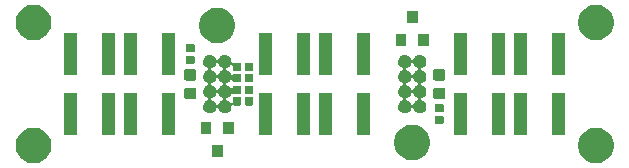
<source format=gbr>
G04 #@! TF.GenerationSoftware,KiCad,Pcbnew,(5.1.4)-1*
G04 #@! TF.CreationDate,2020-06-09T22:18:04-07:00*
G04 #@! TF.ProjectId,SkateLightBackLEDBoard,536b6174-654c-4696-9768-744261636b4c,rev?*
G04 #@! TF.SameCoordinates,Original*
G04 #@! TF.FileFunction,Soldermask,Top*
G04 #@! TF.FilePolarity,Negative*
%FSLAX46Y46*%
G04 Gerber Fmt 4.6, Leading zero omitted, Abs format (unit mm)*
G04 Created by KiCad (PCBNEW (5.1.4)-1) date 2020-06-09 22:18:04*
%MOMM*%
%LPD*%
G04 APERTURE LIST*
%ADD10C,0.100000*%
G04 APERTURE END LIST*
D10*
G36*
X24107379Y-3724543D02*
G01*
X24253388Y-3753586D01*
X24528464Y-3867526D01*
X24776025Y-4032941D01*
X24986559Y-4243475D01*
X25151974Y-4491036D01*
X25265914Y-4766112D01*
X25324000Y-5058130D01*
X25324000Y-5355870D01*
X25265914Y-5647888D01*
X25151974Y-5922964D01*
X24986559Y-6170525D01*
X24776025Y-6381059D01*
X24528464Y-6546474D01*
X24253388Y-6660414D01*
X24107379Y-6689457D01*
X23961371Y-6718500D01*
X23663629Y-6718500D01*
X23517621Y-6689457D01*
X23371612Y-6660414D01*
X23096536Y-6546474D01*
X22848975Y-6381059D01*
X22638441Y-6170525D01*
X22473026Y-5922964D01*
X22359086Y-5647888D01*
X22301000Y-5355870D01*
X22301000Y-5058130D01*
X22359086Y-4766112D01*
X22473026Y-4491036D01*
X22638441Y-4243475D01*
X22848975Y-4032941D01*
X23096536Y-3867526D01*
X23371612Y-3753586D01*
X23517621Y-3724543D01*
X23663629Y-3695500D01*
X23961371Y-3695500D01*
X24107379Y-3724543D01*
X24107379Y-3724543D01*
G37*
G36*
X-23517621Y-3724543D02*
G01*
X-23371612Y-3753586D01*
X-23096536Y-3867526D01*
X-22848975Y-4032941D01*
X-22638441Y-4243475D01*
X-22473026Y-4491036D01*
X-22359086Y-4766112D01*
X-22301000Y-5058130D01*
X-22301000Y-5355870D01*
X-22359086Y-5647888D01*
X-22473026Y-5922964D01*
X-22638441Y-6170525D01*
X-22848975Y-6381059D01*
X-23096536Y-6546474D01*
X-23371612Y-6660414D01*
X-23517621Y-6689457D01*
X-23663629Y-6718500D01*
X-23961371Y-6718500D01*
X-24107379Y-6689457D01*
X-24253388Y-6660414D01*
X-24528464Y-6546474D01*
X-24776025Y-6381059D01*
X-24986559Y-6170525D01*
X-25151974Y-5922964D01*
X-25265914Y-5647888D01*
X-25324000Y-5355870D01*
X-25324000Y-5058130D01*
X-25265914Y-4766112D01*
X-25151974Y-4491036D01*
X-24986559Y-4243475D01*
X-24776025Y-4032941D01*
X-24528464Y-3867526D01*
X-24253388Y-3753586D01*
X-24107379Y-3724543D01*
X-23961371Y-3695500D01*
X-23663629Y-3695500D01*
X-23517621Y-3724543D01*
X-23517621Y-3724543D01*
G37*
G36*
X8549879Y-3470543D02*
G01*
X8695888Y-3499586D01*
X8970964Y-3613526D01*
X9218525Y-3778941D01*
X9429059Y-3989475D01*
X9594474Y-4237036D01*
X9708414Y-4512112D01*
X9766500Y-4804130D01*
X9766500Y-5101870D01*
X9708414Y-5393888D01*
X9594474Y-5668964D01*
X9429059Y-5916525D01*
X9218525Y-6127059D01*
X8970964Y-6292474D01*
X8695888Y-6406414D01*
X8549879Y-6435457D01*
X8403871Y-6464500D01*
X8106129Y-6464500D01*
X7960121Y-6435457D01*
X7814112Y-6406414D01*
X7539036Y-6292474D01*
X7291475Y-6127059D01*
X7080941Y-5916525D01*
X6915526Y-5668964D01*
X6801586Y-5393888D01*
X6743500Y-5101870D01*
X6743500Y-4804130D01*
X6801586Y-4512112D01*
X6915526Y-4237036D01*
X7080941Y-3989475D01*
X7291475Y-3778941D01*
X7539036Y-3613526D01*
X7814112Y-3499586D01*
X7960121Y-3470543D01*
X8106129Y-3441500D01*
X8403871Y-3441500D01*
X8549879Y-3470543D01*
X8549879Y-3470543D01*
G37*
G36*
X-7804000Y-6200000D02*
G01*
X-8706000Y-6200000D01*
X-8706000Y-5198000D01*
X-7804000Y-5198000D01*
X-7804000Y-6200000D01*
X-7804000Y-6200000D01*
G37*
G36*
X16121000Y-4316000D02*
G01*
X15019000Y-4316000D01*
X15019000Y-764000D01*
X16121000Y-764000D01*
X16121000Y-4316000D01*
X16121000Y-4316000D01*
G37*
G36*
X21201000Y-4316000D02*
G01*
X20099000Y-4316000D01*
X20099000Y-764000D01*
X21201000Y-764000D01*
X21201000Y-4316000D01*
X21201000Y-4316000D01*
G37*
G36*
X12921000Y-4316000D02*
G01*
X11819000Y-4316000D01*
X11819000Y-764000D01*
X12921000Y-764000D01*
X12921000Y-4316000D01*
X12921000Y-4316000D01*
G37*
G36*
X4691000Y-4316000D02*
G01*
X3589000Y-4316000D01*
X3589000Y-764000D01*
X4691000Y-764000D01*
X4691000Y-4316000D01*
X4691000Y-4316000D01*
G37*
G36*
X1491000Y-4316000D02*
G01*
X389000Y-4316000D01*
X389000Y-764000D01*
X1491000Y-764000D01*
X1491000Y-4316000D01*
X1491000Y-4316000D01*
G37*
G36*
X-3589000Y-4316000D02*
G01*
X-4691000Y-4316000D01*
X-4691000Y-764000D01*
X-3589000Y-764000D01*
X-3589000Y-4316000D01*
X-3589000Y-4316000D01*
G37*
G36*
X-20099000Y-4316000D02*
G01*
X-21201000Y-4316000D01*
X-21201000Y-764000D01*
X-20099000Y-764000D01*
X-20099000Y-4316000D01*
X-20099000Y-4316000D01*
G37*
G36*
X-16899000Y-4316000D02*
G01*
X-18001000Y-4316000D01*
X-18001000Y-764000D01*
X-16899000Y-764000D01*
X-16899000Y-4316000D01*
X-16899000Y-4316000D01*
G37*
G36*
X-11819000Y-4316000D02*
G01*
X-12921000Y-4316000D01*
X-12921000Y-764000D01*
X-11819000Y-764000D01*
X-11819000Y-4316000D01*
X-11819000Y-4316000D01*
G37*
G36*
X-389000Y-4316000D02*
G01*
X-1491000Y-4316000D01*
X-1491000Y-764000D01*
X-389000Y-764000D01*
X-389000Y-4316000D01*
X-389000Y-4316000D01*
G37*
G36*
X-15019000Y-4316000D02*
G01*
X-16121000Y-4316000D01*
X-16121000Y-764000D01*
X-15019000Y-764000D01*
X-15019000Y-4316000D01*
X-15019000Y-4316000D01*
G37*
G36*
X18001000Y-4316000D02*
G01*
X16899000Y-4316000D01*
X16899000Y-764000D01*
X18001000Y-764000D01*
X18001000Y-4316000D01*
X18001000Y-4316000D01*
G37*
G36*
X-6854000Y-4200000D02*
G01*
X-7756000Y-4200000D01*
X-7756000Y-3198000D01*
X-6854000Y-3198000D01*
X-6854000Y-4200000D01*
X-6854000Y-4200000D01*
G37*
G36*
X-8754000Y-4200000D02*
G01*
X-9656000Y-4200000D01*
X-9656000Y-3198000D01*
X-8754000Y-3198000D01*
X-8754000Y-4200000D01*
X-8754000Y-4200000D01*
G37*
G36*
X10822938Y-2681716D02*
G01*
X10843557Y-2687971D01*
X10862553Y-2698124D01*
X10879208Y-2711792D01*
X10892876Y-2728447D01*
X10903029Y-2747443D01*
X10909284Y-2768062D01*
X10912000Y-2795640D01*
X10912000Y-3254360D01*
X10909284Y-3281938D01*
X10903029Y-3302557D01*
X10892876Y-3321553D01*
X10879208Y-3338208D01*
X10862553Y-3351876D01*
X10843557Y-3362029D01*
X10822938Y-3368284D01*
X10795360Y-3371000D01*
X10286640Y-3371000D01*
X10259062Y-3368284D01*
X10238443Y-3362029D01*
X10219447Y-3351876D01*
X10202792Y-3338208D01*
X10189124Y-3321553D01*
X10178971Y-3302557D01*
X10172716Y-3281938D01*
X10170000Y-3254360D01*
X10170000Y-2795640D01*
X10172716Y-2768062D01*
X10178971Y-2747443D01*
X10189124Y-2728447D01*
X10202792Y-2711792D01*
X10219447Y-2698124D01*
X10238443Y-2687971D01*
X10259062Y-2681716D01*
X10286640Y-2679000D01*
X10795360Y-2679000D01*
X10822938Y-2681716D01*
X10822938Y-2681716D01*
G37*
G36*
X7783051Y2442520D02*
G01*
X7833920Y2421449D01*
X7884786Y2400380D01*
X7976342Y2339204D01*
X8054204Y2261342D01*
X8115380Y2169786D01*
X8139516Y2111515D01*
X8151068Y2089905D01*
X8166613Y2070963D01*
X8185555Y2055418D01*
X8207166Y2043867D01*
X8230615Y2036754D01*
X8255001Y2034352D01*
X8279387Y2036754D01*
X8302836Y2043867D01*
X8324446Y2055419D01*
X8343388Y2070964D01*
X8358933Y2089906D01*
X8370484Y2111515D01*
X8394620Y2169786D01*
X8455796Y2261342D01*
X8533658Y2339204D01*
X8625214Y2400380D01*
X8676080Y2421449D01*
X8726949Y2442520D01*
X8834941Y2464000D01*
X8945059Y2464000D01*
X9053051Y2442520D01*
X9103920Y2421449D01*
X9154786Y2400380D01*
X9246342Y2339204D01*
X9324204Y2261342D01*
X9385380Y2169786D01*
X9406449Y2118920D01*
X9427520Y2068051D01*
X9449000Y1960059D01*
X9449000Y1849941D01*
X9427520Y1741949D01*
X9414997Y1711716D01*
X9385380Y1640214D01*
X9324204Y1548658D01*
X9246342Y1470796D01*
X9154786Y1409620D01*
X9096515Y1385484D01*
X9074905Y1373932D01*
X9055963Y1358387D01*
X9040418Y1339445D01*
X9028867Y1317834D01*
X9021754Y1294385D01*
X9019352Y1269999D01*
X9021754Y1245613D01*
X9028867Y1222164D01*
X9040419Y1200554D01*
X9055964Y1181612D01*
X9074906Y1166067D01*
X9096513Y1154517D01*
X9154786Y1130380D01*
X9246342Y1069204D01*
X9324204Y991342D01*
X9385380Y899786D01*
X9406449Y848920D01*
X9427520Y798051D01*
X9449000Y690059D01*
X9449000Y579941D01*
X9427520Y471949D01*
X9409516Y428485D01*
X9385380Y370214D01*
X9324204Y278658D01*
X9246342Y200796D01*
X9154786Y139620D01*
X9096515Y115484D01*
X9074905Y103932D01*
X9055963Y88387D01*
X9040418Y69445D01*
X9028867Y47834D01*
X9021754Y24385D01*
X9019352Y-1D01*
X9021754Y-24387D01*
X9028867Y-47836D01*
X9040419Y-69446D01*
X9055964Y-88388D01*
X9074906Y-103933D01*
X9096513Y-115483D01*
X9154786Y-139620D01*
X9246342Y-200796D01*
X9324204Y-278658D01*
X9385380Y-370214D01*
X9402452Y-411431D01*
X9427520Y-471949D01*
X9449000Y-579941D01*
X9449000Y-690059D01*
X9427520Y-798051D01*
X9413138Y-832771D01*
X9385380Y-899786D01*
X9324204Y-991342D01*
X9246342Y-1069204D01*
X9154786Y-1130380D01*
X9096515Y-1154516D01*
X9074905Y-1166068D01*
X9055963Y-1181613D01*
X9040418Y-1200555D01*
X9028867Y-1222166D01*
X9021754Y-1245615D01*
X9019352Y-1270001D01*
X9021754Y-1294387D01*
X9028867Y-1317836D01*
X9040419Y-1339446D01*
X9055964Y-1358388D01*
X9074906Y-1373933D01*
X9096513Y-1385483D01*
X9154786Y-1409620D01*
X9246342Y-1470796D01*
X9324204Y-1548658D01*
X9385380Y-1640214D01*
X9400489Y-1676691D01*
X9427520Y-1741949D01*
X9449000Y-1849941D01*
X9449000Y-1960059D01*
X9427520Y-2068051D01*
X9418467Y-2089906D01*
X9385380Y-2169786D01*
X9324204Y-2261342D01*
X9246342Y-2339204D01*
X9154786Y-2400380D01*
X9103920Y-2421449D01*
X9053051Y-2442520D01*
X8945059Y-2464000D01*
X8834941Y-2464000D01*
X8726949Y-2442520D01*
X8676080Y-2421449D01*
X8625214Y-2400380D01*
X8533658Y-2339204D01*
X8455796Y-2261342D01*
X8394620Y-2169786D01*
X8370483Y-2111513D01*
X8358932Y-2089905D01*
X8343387Y-2070963D01*
X8324445Y-2055418D01*
X8302834Y-2043867D01*
X8279385Y-2036754D01*
X8254999Y-2034352D01*
X8230613Y-2036754D01*
X8207164Y-2043867D01*
X8185554Y-2055419D01*
X8166612Y-2070964D01*
X8151067Y-2089906D01*
X8139517Y-2111513D01*
X8115380Y-2169786D01*
X8054204Y-2261342D01*
X7976342Y-2339204D01*
X7884786Y-2400380D01*
X7833920Y-2421449D01*
X7783051Y-2442520D01*
X7675059Y-2464000D01*
X7564941Y-2464000D01*
X7456949Y-2442520D01*
X7406080Y-2421449D01*
X7355214Y-2400380D01*
X7263658Y-2339204D01*
X7185796Y-2261342D01*
X7124620Y-2169786D01*
X7091533Y-2089906D01*
X7082480Y-2068051D01*
X7061000Y-1960059D01*
X7061000Y-1849941D01*
X7082480Y-1741949D01*
X7109511Y-1676691D01*
X7124620Y-1640214D01*
X7185796Y-1548658D01*
X7263658Y-1470796D01*
X7355214Y-1409620D01*
X7413487Y-1385483D01*
X7435095Y-1373932D01*
X7454037Y-1358387D01*
X7469582Y-1339445D01*
X7481133Y-1317834D01*
X7488246Y-1294385D01*
X7490647Y-1270001D01*
X7749352Y-1270001D01*
X7751754Y-1294387D01*
X7758867Y-1317836D01*
X7770419Y-1339446D01*
X7785964Y-1358388D01*
X7804906Y-1373933D01*
X7826513Y-1385483D01*
X7884786Y-1409620D01*
X7976342Y-1470796D01*
X8054204Y-1548658D01*
X8115380Y-1640214D01*
X8139516Y-1698485D01*
X8151068Y-1720095D01*
X8166613Y-1739037D01*
X8185555Y-1754582D01*
X8207166Y-1766133D01*
X8230615Y-1773246D01*
X8255001Y-1775648D01*
X8279387Y-1773246D01*
X8302836Y-1766133D01*
X8324446Y-1754581D01*
X8343388Y-1739036D01*
X8358933Y-1720094D01*
X8370484Y-1698485D01*
X8394620Y-1640214D01*
X8455796Y-1548658D01*
X8533658Y-1470796D01*
X8625214Y-1409620D01*
X8683487Y-1385483D01*
X8705095Y-1373932D01*
X8724037Y-1358387D01*
X8739582Y-1339445D01*
X8751133Y-1317834D01*
X8758246Y-1294385D01*
X8760648Y-1269999D01*
X8758246Y-1245613D01*
X8751133Y-1222164D01*
X8739581Y-1200554D01*
X8724036Y-1181612D01*
X8705094Y-1166067D01*
X8683485Y-1154516D01*
X8625214Y-1130380D01*
X8533658Y-1069204D01*
X8455796Y-991342D01*
X8394620Y-899786D01*
X8370483Y-841513D01*
X8358932Y-819905D01*
X8343387Y-800963D01*
X8324445Y-785418D01*
X8302834Y-773867D01*
X8279385Y-766754D01*
X8254999Y-764352D01*
X8230613Y-766754D01*
X8207164Y-773867D01*
X8185554Y-785419D01*
X8166612Y-800964D01*
X8151067Y-819906D01*
X8139517Y-841513D01*
X8115380Y-899786D01*
X8054204Y-991342D01*
X7976342Y-1069204D01*
X7884786Y-1130380D01*
X7826515Y-1154516D01*
X7804905Y-1166068D01*
X7785963Y-1181613D01*
X7770418Y-1200555D01*
X7758867Y-1222166D01*
X7751754Y-1245615D01*
X7749352Y-1270001D01*
X7490647Y-1270001D01*
X7490648Y-1269999D01*
X7488246Y-1245613D01*
X7481133Y-1222164D01*
X7469581Y-1200554D01*
X7454036Y-1181612D01*
X7435094Y-1166067D01*
X7413485Y-1154516D01*
X7355214Y-1130380D01*
X7263658Y-1069204D01*
X7185796Y-991342D01*
X7124620Y-899786D01*
X7096862Y-832771D01*
X7082480Y-798051D01*
X7061000Y-690059D01*
X7061000Y-579941D01*
X7082480Y-471949D01*
X7107548Y-411431D01*
X7124620Y-370214D01*
X7185796Y-278658D01*
X7263658Y-200796D01*
X7355214Y-139620D01*
X7413487Y-115483D01*
X7435095Y-103932D01*
X7454037Y-88387D01*
X7469582Y-69445D01*
X7481133Y-47834D01*
X7488246Y-24385D01*
X7490647Y-1D01*
X7749352Y-1D01*
X7751754Y-24387D01*
X7758867Y-47836D01*
X7770419Y-69446D01*
X7785964Y-88388D01*
X7804906Y-103933D01*
X7826513Y-115483D01*
X7884786Y-139620D01*
X7976342Y-200796D01*
X8054204Y-278658D01*
X8115380Y-370214D01*
X8132452Y-411431D01*
X8139516Y-428485D01*
X8151068Y-450095D01*
X8166613Y-469037D01*
X8185555Y-484582D01*
X8207166Y-496133D01*
X8230615Y-503246D01*
X8255001Y-505648D01*
X8279387Y-503246D01*
X8302836Y-496133D01*
X8324446Y-484581D01*
X8343388Y-469036D01*
X8358933Y-450094D01*
X8370484Y-428485D01*
X8377548Y-411431D01*
X8394620Y-370214D01*
X8455796Y-278658D01*
X8533658Y-200796D01*
X8625214Y-139620D01*
X8683487Y-115483D01*
X8705095Y-103932D01*
X8724037Y-88387D01*
X8739582Y-69445D01*
X8751133Y-47834D01*
X8758246Y-24385D01*
X8760648Y1D01*
X8758246Y24387D01*
X8751133Y47836D01*
X8739581Y69446D01*
X8724036Y88388D01*
X8705094Y103933D01*
X8683485Y115484D01*
X8625214Y139620D01*
X8533658Y200796D01*
X8455796Y278658D01*
X8394620Y370214D01*
X8370483Y428487D01*
X8358932Y450095D01*
X8343387Y469037D01*
X8324445Y484582D01*
X8302834Y496133D01*
X8279385Y503246D01*
X8254999Y505648D01*
X8230613Y503246D01*
X8207164Y496133D01*
X8185554Y484581D01*
X8166612Y469036D01*
X8151067Y450094D01*
X8139517Y428487D01*
X8115380Y370214D01*
X8054204Y278658D01*
X7976342Y200796D01*
X7884786Y139620D01*
X7826515Y115484D01*
X7804905Y103932D01*
X7785963Y88387D01*
X7770418Y69445D01*
X7758867Y47834D01*
X7751754Y24385D01*
X7749352Y-1D01*
X7490647Y-1D01*
X7490648Y1D01*
X7488246Y24387D01*
X7481133Y47836D01*
X7469581Y69446D01*
X7454036Y88388D01*
X7435094Y103933D01*
X7413485Y115484D01*
X7355214Y139620D01*
X7263658Y200796D01*
X7185796Y278658D01*
X7124620Y370214D01*
X7100484Y428485D01*
X7082480Y471949D01*
X7061000Y579941D01*
X7061000Y690059D01*
X7082480Y798051D01*
X7103551Y848920D01*
X7124620Y899786D01*
X7185796Y991342D01*
X7263658Y1069204D01*
X7355214Y1130380D01*
X7413487Y1154517D01*
X7435095Y1166068D01*
X7454037Y1181613D01*
X7469582Y1200555D01*
X7481133Y1222166D01*
X7488246Y1245615D01*
X7490647Y1269999D01*
X7749352Y1269999D01*
X7751754Y1245613D01*
X7758867Y1222164D01*
X7770419Y1200554D01*
X7785964Y1181612D01*
X7804906Y1166067D01*
X7826513Y1154517D01*
X7884786Y1130380D01*
X7976342Y1069204D01*
X8054204Y991342D01*
X8115380Y899786D01*
X8138255Y844560D01*
X8139516Y841515D01*
X8151068Y819905D01*
X8166613Y800963D01*
X8185555Y785418D01*
X8207166Y773867D01*
X8230615Y766754D01*
X8255001Y764352D01*
X8279387Y766754D01*
X8302836Y773867D01*
X8324446Y785419D01*
X8343388Y800964D01*
X8358933Y819906D01*
X8370484Y841515D01*
X8371745Y844560D01*
X8394620Y899786D01*
X8455796Y991342D01*
X8533658Y1069204D01*
X8625214Y1130380D01*
X8683487Y1154517D01*
X8705095Y1166068D01*
X8724037Y1181613D01*
X8739582Y1200555D01*
X8751133Y1222166D01*
X8758246Y1245615D01*
X8760648Y1270001D01*
X8758246Y1294387D01*
X8751133Y1317836D01*
X8739581Y1339446D01*
X8724036Y1358388D01*
X8705094Y1373933D01*
X8683485Y1385484D01*
X8625214Y1409620D01*
X8533658Y1470796D01*
X8455796Y1548658D01*
X8394620Y1640214D01*
X8370483Y1698487D01*
X8358932Y1720095D01*
X8343387Y1739037D01*
X8324445Y1754582D01*
X8302834Y1766133D01*
X8279385Y1773246D01*
X8254999Y1775648D01*
X8230613Y1773246D01*
X8207164Y1766133D01*
X8185554Y1754581D01*
X8166612Y1739036D01*
X8151067Y1720094D01*
X8139517Y1698487D01*
X8115380Y1640214D01*
X8054204Y1548658D01*
X7976342Y1470796D01*
X7884786Y1409620D01*
X7826515Y1385484D01*
X7804905Y1373932D01*
X7785963Y1358387D01*
X7770418Y1339445D01*
X7758867Y1317834D01*
X7751754Y1294385D01*
X7749352Y1269999D01*
X7490647Y1269999D01*
X7490648Y1270001D01*
X7488246Y1294387D01*
X7481133Y1317836D01*
X7469581Y1339446D01*
X7454036Y1358388D01*
X7435094Y1373933D01*
X7413485Y1385484D01*
X7355214Y1409620D01*
X7263658Y1470796D01*
X7185796Y1548658D01*
X7124620Y1640214D01*
X7095003Y1711716D01*
X7082480Y1741949D01*
X7061000Y1849941D01*
X7061000Y1960059D01*
X7082480Y2068051D01*
X7103551Y2118920D01*
X7124620Y2169786D01*
X7185796Y2261342D01*
X7263658Y2339204D01*
X7355214Y2400380D01*
X7406080Y2421449D01*
X7456949Y2442520D01*
X7564941Y2464000D01*
X7675059Y2464000D01*
X7783051Y2442520D01*
X7783051Y2442520D01*
G37*
G36*
X-8726949Y2442520D02*
G01*
X-8676080Y2421449D01*
X-8625214Y2400380D01*
X-8533658Y2339204D01*
X-8455796Y2261342D01*
X-8394620Y2169786D01*
X-8370484Y2111515D01*
X-8358932Y2089905D01*
X-8343387Y2070963D01*
X-8324445Y2055418D01*
X-8302834Y2043867D01*
X-8279385Y2036754D01*
X-8254999Y2034352D01*
X-8230613Y2036754D01*
X-8207164Y2043867D01*
X-8185554Y2055419D01*
X-8166612Y2070964D01*
X-8151067Y2089906D01*
X-8139516Y2111515D01*
X-8115380Y2169786D01*
X-8054204Y2261342D01*
X-7976342Y2339204D01*
X-7884786Y2400380D01*
X-7833920Y2421449D01*
X-7783051Y2442520D01*
X-7675059Y2464000D01*
X-7564941Y2464000D01*
X-7456949Y2442520D01*
X-7406080Y2421449D01*
X-7355214Y2400380D01*
X-7263658Y2339204D01*
X-7185796Y2261342D01*
X-7124620Y2169786D01*
X-7103551Y2118920D01*
X-7082480Y2068051D01*
X-7061000Y1960059D01*
X-7061000Y1916972D01*
X-7058598Y1892586D01*
X-7051485Y1869137D01*
X-7039934Y1847526D01*
X-7024389Y1828584D01*
X-7005447Y1813039D01*
X-6983836Y1801488D01*
X-6960387Y1794375D01*
X-6936001Y1791973D01*
X-6911615Y1794375D01*
X-6888166Y1801488D01*
X-6879992Y1805354D01*
X-6858598Y1811844D01*
X-6831020Y1814560D01*
X-6322300Y1814560D01*
X-6294722Y1811844D01*
X-6274103Y1805589D01*
X-6255107Y1795436D01*
X-6238452Y1781768D01*
X-6224784Y1765113D01*
X-6214631Y1746117D01*
X-6208376Y1725498D01*
X-6205660Y1697920D01*
X-6205660Y1239200D01*
X-6208376Y1211622D01*
X-6214631Y1191003D01*
X-6224784Y1172007D01*
X-6238452Y1155352D01*
X-6255107Y1141684D01*
X-6274103Y1131531D01*
X-6294722Y1125276D01*
X-6322300Y1122560D01*
X-6831020Y1122560D01*
X-6858598Y1125276D01*
X-6879217Y1131531D01*
X-6898213Y1141684D01*
X-6914868Y1155352D01*
X-6928536Y1172007D01*
X-6938689Y1191003D01*
X-6944944Y1211622D01*
X-6947660Y1239200D01*
X-6947660Y1492988D01*
X-6950062Y1517374D01*
X-6957175Y1540823D01*
X-6968726Y1562434D01*
X-6984271Y1581376D01*
X-7003213Y1596921D01*
X-7024824Y1608472D01*
X-7048273Y1615585D01*
X-7072659Y1617987D01*
X-7097045Y1615585D01*
X-7120494Y1608472D01*
X-7142105Y1596921D01*
X-7161047Y1581376D01*
X-7176591Y1562434D01*
X-7185796Y1548658D01*
X-7263658Y1470796D01*
X-7355214Y1409620D01*
X-7413485Y1385484D01*
X-7435095Y1373932D01*
X-7454037Y1358387D01*
X-7469582Y1339445D01*
X-7481133Y1317834D01*
X-7488246Y1294385D01*
X-7490648Y1269999D01*
X-7488246Y1245613D01*
X-7481133Y1222164D01*
X-7469581Y1200554D01*
X-7454036Y1181612D01*
X-7435094Y1166067D01*
X-7413487Y1154517D01*
X-7355214Y1130380D01*
X-7263658Y1069204D01*
X-7185796Y991342D01*
X-7124620Y899786D01*
X-7108694Y861335D01*
X-7097145Y839730D01*
X-7081599Y820788D01*
X-7062657Y805243D01*
X-7041046Y793692D01*
X-7017597Y786579D01*
X-6993211Y784177D01*
X-6968825Y786579D01*
X-6945376Y793692D01*
X-6913914Y812550D01*
X-6898213Y825436D01*
X-6879217Y835589D01*
X-6858598Y841844D01*
X-6831020Y844560D01*
X-6322300Y844560D01*
X-6294722Y841844D01*
X-6274103Y835589D01*
X-6255107Y825436D01*
X-6238452Y811768D01*
X-6224784Y795113D01*
X-6214631Y776117D01*
X-6208376Y755498D01*
X-6205660Y727920D01*
X-6205660Y269200D01*
X-6208376Y241622D01*
X-6214631Y221003D01*
X-6224784Y202007D01*
X-6238452Y185352D01*
X-6255107Y171684D01*
X-6274103Y161531D01*
X-6294722Y155276D01*
X-6322300Y152560D01*
X-6831020Y152560D01*
X-6858598Y155276D01*
X-6879217Y161531D01*
X-6898213Y171684D01*
X-6914868Y185352D01*
X-6928536Y202007D01*
X-6938689Y221003D01*
X-6945302Y242802D01*
X-6949601Y264417D01*
X-6958978Y287056D01*
X-6972591Y307431D01*
X-6989917Y324759D01*
X-7010291Y338373D01*
X-7032930Y347751D01*
X-7056963Y352533D01*
X-7081467Y352534D01*
X-7105500Y347754D01*
X-7128139Y338377D01*
X-7148514Y324764D01*
X-7165842Y307438D01*
X-7173145Y297591D01*
X-7185796Y278658D01*
X-7263658Y200796D01*
X-7355214Y139620D01*
X-7413485Y115484D01*
X-7435095Y103932D01*
X-7454037Y88387D01*
X-7469582Y69445D01*
X-7481133Y47834D01*
X-7488246Y24385D01*
X-7490648Y-1D01*
X-7488246Y-24387D01*
X-7481133Y-47836D01*
X-7469581Y-69446D01*
X-7454036Y-88388D01*
X-7435094Y-103933D01*
X-7413487Y-115483D01*
X-7355214Y-139620D01*
X-7263658Y-200796D01*
X-7185796Y-278658D01*
X-7185794Y-278661D01*
X-7173034Y-297758D01*
X-7157489Y-316700D01*
X-7138548Y-332245D01*
X-7116937Y-343797D01*
X-7093488Y-350910D01*
X-7069102Y-353312D01*
X-7044716Y-350910D01*
X-7021267Y-343797D01*
X-6999656Y-332246D01*
X-6980714Y-316701D01*
X-6965169Y-297760D01*
X-6953617Y-276149D01*
X-6947069Y-250007D01*
X-6938689Y-222383D01*
X-6928536Y-203387D01*
X-6914868Y-186732D01*
X-6898213Y-173064D01*
X-6879217Y-162911D01*
X-6858598Y-156656D01*
X-6831020Y-153940D01*
X-6322300Y-153940D01*
X-6294722Y-156656D01*
X-6274103Y-162911D01*
X-6255107Y-173064D01*
X-6238452Y-186732D01*
X-6224784Y-203387D01*
X-6214631Y-222383D01*
X-6208376Y-243002D01*
X-6205660Y-270580D01*
X-6205660Y-729300D01*
X-6208376Y-756878D01*
X-6214631Y-777497D01*
X-6224784Y-796493D01*
X-6238452Y-813148D01*
X-6255107Y-826816D01*
X-6274103Y-836969D01*
X-6294722Y-843224D01*
X-6322300Y-845940D01*
X-6831020Y-845940D01*
X-6858598Y-843224D01*
X-6879217Y-836969D01*
X-6898213Y-826816D01*
X-6914342Y-813579D01*
X-6934717Y-799966D01*
X-6957356Y-790589D01*
X-6981389Y-785809D01*
X-7005893Y-785809D01*
X-7029926Y-790590D01*
X-7052565Y-799968D01*
X-7072939Y-813582D01*
X-7090266Y-830909D01*
X-7109121Y-862368D01*
X-7124620Y-899786D01*
X-7185796Y-991342D01*
X-7263658Y-1069204D01*
X-7355214Y-1130380D01*
X-7413485Y-1154516D01*
X-7435095Y-1166068D01*
X-7454037Y-1181613D01*
X-7469582Y-1200555D01*
X-7481133Y-1222166D01*
X-7488246Y-1245615D01*
X-7490648Y-1270001D01*
X-7488246Y-1294387D01*
X-7481133Y-1317836D01*
X-7469581Y-1339446D01*
X-7454036Y-1358388D01*
X-7435094Y-1373933D01*
X-7413487Y-1385483D01*
X-7355214Y-1409620D01*
X-7263658Y-1470796D01*
X-7185796Y-1548658D01*
X-7185794Y-1548661D01*
X-7176592Y-1562433D01*
X-7161047Y-1581375D01*
X-7142106Y-1596920D01*
X-7120495Y-1608472D01*
X-7097046Y-1615585D01*
X-7072660Y-1617987D01*
X-7048274Y-1615585D01*
X-7024825Y-1608472D01*
X-7003214Y-1596921D01*
X-6984272Y-1581376D01*
X-6968727Y-1562435D01*
X-6957175Y-1540824D01*
X-6950062Y-1517375D01*
X-6947660Y-1492988D01*
X-6947660Y-1240580D01*
X-6944944Y-1213002D01*
X-6938689Y-1192383D01*
X-6928536Y-1173387D01*
X-6914868Y-1156732D01*
X-6898213Y-1143064D01*
X-6879217Y-1132911D01*
X-6858598Y-1126656D01*
X-6831020Y-1123940D01*
X-6322300Y-1123940D01*
X-6294722Y-1126656D01*
X-6274103Y-1132911D01*
X-6255107Y-1143064D01*
X-6238452Y-1156732D01*
X-6224784Y-1173387D01*
X-6214631Y-1192383D01*
X-6208376Y-1213002D01*
X-6205660Y-1240580D01*
X-6205660Y-1699300D01*
X-6208376Y-1726878D01*
X-6214631Y-1747497D01*
X-6224784Y-1766493D01*
X-6238452Y-1783148D01*
X-6255107Y-1796816D01*
X-6274103Y-1806969D01*
X-6294722Y-1813224D01*
X-6322300Y-1815940D01*
X-6831020Y-1815940D01*
X-6858598Y-1813224D01*
X-6881538Y-1806265D01*
X-6899709Y-1798737D01*
X-6923742Y-1793956D01*
X-6948246Y-1793954D01*
X-6972280Y-1798733D01*
X-6994919Y-1808110D01*
X-7015294Y-1821722D01*
X-7032622Y-1839048D01*
X-7046237Y-1859422D01*
X-7055616Y-1882060D01*
X-7060397Y-1906093D01*
X-7061000Y-1918352D01*
X-7061000Y-1960059D01*
X-7082480Y-2068051D01*
X-7091533Y-2089906D01*
X-7124620Y-2169786D01*
X-7185796Y-2261342D01*
X-7263658Y-2339204D01*
X-7355214Y-2400380D01*
X-7406080Y-2421449D01*
X-7456949Y-2442520D01*
X-7564941Y-2464000D01*
X-7675059Y-2464000D01*
X-7783051Y-2442520D01*
X-7833920Y-2421449D01*
X-7884786Y-2400380D01*
X-7976342Y-2339204D01*
X-8054204Y-2261342D01*
X-8115380Y-2169786D01*
X-8139517Y-2111513D01*
X-8151068Y-2089905D01*
X-8166613Y-2070963D01*
X-8185555Y-2055418D01*
X-8207166Y-2043867D01*
X-8230615Y-2036754D01*
X-8255001Y-2034352D01*
X-8279387Y-2036754D01*
X-8302836Y-2043867D01*
X-8324446Y-2055419D01*
X-8343388Y-2070964D01*
X-8358933Y-2089906D01*
X-8370483Y-2111513D01*
X-8394620Y-2169786D01*
X-8455796Y-2261342D01*
X-8533658Y-2339204D01*
X-8625214Y-2400380D01*
X-8676080Y-2421449D01*
X-8726949Y-2442520D01*
X-8834941Y-2464000D01*
X-8945059Y-2464000D01*
X-9053051Y-2442520D01*
X-9103920Y-2421449D01*
X-9154786Y-2400380D01*
X-9246342Y-2339204D01*
X-9324204Y-2261342D01*
X-9385380Y-2169786D01*
X-9418467Y-2089906D01*
X-9427520Y-2068051D01*
X-9449000Y-1960059D01*
X-9449000Y-1849941D01*
X-9427520Y-1741949D01*
X-9400489Y-1676691D01*
X-9385380Y-1640214D01*
X-9324204Y-1548658D01*
X-9246342Y-1470796D01*
X-9154786Y-1409620D01*
X-9096513Y-1385483D01*
X-9074905Y-1373932D01*
X-9055963Y-1358387D01*
X-9040418Y-1339445D01*
X-9028867Y-1317834D01*
X-9021754Y-1294385D01*
X-9019353Y-1270001D01*
X-8760648Y-1270001D01*
X-8758246Y-1294387D01*
X-8751133Y-1317836D01*
X-8739581Y-1339446D01*
X-8724036Y-1358388D01*
X-8705094Y-1373933D01*
X-8683487Y-1385483D01*
X-8625214Y-1409620D01*
X-8533658Y-1470796D01*
X-8455796Y-1548658D01*
X-8394620Y-1640214D01*
X-8370484Y-1698485D01*
X-8358932Y-1720095D01*
X-8343387Y-1739037D01*
X-8324445Y-1754582D01*
X-8302834Y-1766133D01*
X-8279385Y-1773246D01*
X-8254999Y-1775648D01*
X-8230613Y-1773246D01*
X-8207164Y-1766133D01*
X-8185554Y-1754581D01*
X-8166612Y-1739036D01*
X-8151067Y-1720094D01*
X-8139516Y-1698485D01*
X-8115380Y-1640214D01*
X-8054204Y-1548658D01*
X-7976342Y-1470796D01*
X-7884786Y-1409620D01*
X-7826513Y-1385483D01*
X-7804905Y-1373932D01*
X-7785963Y-1358387D01*
X-7770418Y-1339445D01*
X-7758867Y-1317834D01*
X-7751754Y-1294385D01*
X-7749352Y-1269999D01*
X-7751754Y-1245613D01*
X-7758867Y-1222164D01*
X-7770419Y-1200554D01*
X-7785964Y-1181612D01*
X-7804906Y-1166067D01*
X-7826515Y-1154516D01*
X-7884786Y-1130380D01*
X-7976342Y-1069204D01*
X-8054204Y-991342D01*
X-8115380Y-899786D01*
X-8139517Y-841513D01*
X-8151068Y-819905D01*
X-8166613Y-800963D01*
X-8185555Y-785418D01*
X-8207166Y-773867D01*
X-8230615Y-766754D01*
X-8255001Y-764352D01*
X-8279387Y-766754D01*
X-8302836Y-773867D01*
X-8324446Y-785419D01*
X-8343388Y-800964D01*
X-8358933Y-819906D01*
X-8370483Y-841513D01*
X-8394620Y-899786D01*
X-8455796Y-991342D01*
X-8533658Y-1069204D01*
X-8625214Y-1130380D01*
X-8683485Y-1154516D01*
X-8705095Y-1166068D01*
X-8724037Y-1181613D01*
X-8739582Y-1200555D01*
X-8751133Y-1222166D01*
X-8758246Y-1245615D01*
X-8760648Y-1270001D01*
X-9019353Y-1270001D01*
X-9019352Y-1269999D01*
X-9021754Y-1245613D01*
X-9028867Y-1222164D01*
X-9040419Y-1200554D01*
X-9055964Y-1181612D01*
X-9074906Y-1166067D01*
X-9096515Y-1154516D01*
X-9154786Y-1130380D01*
X-9246342Y-1069204D01*
X-9324204Y-991342D01*
X-9385380Y-899786D01*
X-9413138Y-832771D01*
X-9427520Y-798051D01*
X-9449000Y-690059D01*
X-9449000Y-579941D01*
X-9427520Y-471949D01*
X-9402452Y-411431D01*
X-9385380Y-370214D01*
X-9324204Y-278658D01*
X-9246342Y-200796D01*
X-9154786Y-139620D01*
X-9096513Y-115483D01*
X-9074905Y-103932D01*
X-9055963Y-88387D01*
X-9040418Y-69445D01*
X-9028867Y-47834D01*
X-9021754Y-24385D01*
X-9019353Y-1D01*
X-8760648Y-1D01*
X-8758246Y-24387D01*
X-8751133Y-47836D01*
X-8739581Y-69446D01*
X-8724036Y-88388D01*
X-8705094Y-103933D01*
X-8683487Y-115483D01*
X-8625214Y-139620D01*
X-8533658Y-200796D01*
X-8455796Y-278658D01*
X-8394620Y-370214D01*
X-8377548Y-411431D01*
X-8370484Y-428485D01*
X-8358932Y-450095D01*
X-8343387Y-469037D01*
X-8324445Y-484582D01*
X-8302834Y-496133D01*
X-8279385Y-503246D01*
X-8254999Y-505648D01*
X-8230613Y-503246D01*
X-8207164Y-496133D01*
X-8185554Y-484581D01*
X-8166612Y-469036D01*
X-8151067Y-450094D01*
X-8139516Y-428485D01*
X-8132452Y-411431D01*
X-8115380Y-370214D01*
X-8054204Y-278658D01*
X-7976342Y-200796D01*
X-7884786Y-139620D01*
X-7826513Y-115483D01*
X-7804905Y-103932D01*
X-7785963Y-88387D01*
X-7770418Y-69445D01*
X-7758867Y-47834D01*
X-7751754Y-24385D01*
X-7749352Y1D01*
X-7751754Y24387D01*
X-7758867Y47836D01*
X-7770419Y69446D01*
X-7785964Y88388D01*
X-7804906Y103933D01*
X-7826515Y115484D01*
X-7884786Y139620D01*
X-7976342Y200796D01*
X-8054204Y278658D01*
X-8115380Y370214D01*
X-8139517Y428487D01*
X-8151068Y450095D01*
X-8166613Y469037D01*
X-8185555Y484582D01*
X-8207166Y496133D01*
X-8230615Y503246D01*
X-8255001Y505648D01*
X-8279387Y503246D01*
X-8302836Y496133D01*
X-8324446Y484581D01*
X-8343388Y469036D01*
X-8358933Y450094D01*
X-8370483Y428487D01*
X-8394620Y370214D01*
X-8455796Y278658D01*
X-8533658Y200796D01*
X-8625214Y139620D01*
X-8683485Y115484D01*
X-8705095Y103932D01*
X-8724037Y88387D01*
X-8739582Y69445D01*
X-8751133Y47834D01*
X-8758246Y24385D01*
X-8760648Y-1D01*
X-9019353Y-1D01*
X-9019352Y1D01*
X-9021754Y24387D01*
X-9028867Y47836D01*
X-9040419Y69446D01*
X-9055964Y88388D01*
X-9074906Y103933D01*
X-9096515Y115484D01*
X-9154786Y139620D01*
X-9246342Y200796D01*
X-9324204Y278658D01*
X-9385380Y370214D01*
X-9409516Y428485D01*
X-9427520Y471949D01*
X-9449000Y579941D01*
X-9449000Y690059D01*
X-9427520Y798051D01*
X-9406449Y848920D01*
X-9385380Y899786D01*
X-9324204Y991342D01*
X-9246342Y1069204D01*
X-9154786Y1130380D01*
X-9096513Y1154517D01*
X-9074905Y1166068D01*
X-9055963Y1181613D01*
X-9040418Y1200555D01*
X-9028867Y1222166D01*
X-9021754Y1245615D01*
X-9019353Y1269999D01*
X-8760648Y1269999D01*
X-8758246Y1245613D01*
X-8751133Y1222164D01*
X-8739581Y1200554D01*
X-8724036Y1181612D01*
X-8705094Y1166067D01*
X-8683487Y1154517D01*
X-8625214Y1130380D01*
X-8533658Y1069204D01*
X-8455796Y991342D01*
X-8394620Y899786D01*
X-8371745Y844560D01*
X-8370484Y841515D01*
X-8358932Y819905D01*
X-8343387Y800963D01*
X-8324445Y785418D01*
X-8302834Y773867D01*
X-8279385Y766754D01*
X-8254999Y764352D01*
X-8230613Y766754D01*
X-8207164Y773867D01*
X-8185554Y785419D01*
X-8166612Y800964D01*
X-8151067Y819906D01*
X-8139516Y841515D01*
X-8138255Y844560D01*
X-8115380Y899786D01*
X-8054204Y991342D01*
X-7976342Y1069204D01*
X-7884786Y1130380D01*
X-7826513Y1154517D01*
X-7804905Y1166068D01*
X-7785963Y1181613D01*
X-7770418Y1200555D01*
X-7758867Y1222166D01*
X-7751754Y1245615D01*
X-7749352Y1270001D01*
X-7751754Y1294387D01*
X-7758867Y1317836D01*
X-7770419Y1339446D01*
X-7785964Y1358388D01*
X-7804906Y1373933D01*
X-7826515Y1385484D01*
X-7884786Y1409620D01*
X-7976342Y1470796D01*
X-8054204Y1548658D01*
X-8115380Y1640214D01*
X-8139517Y1698487D01*
X-8151068Y1720095D01*
X-8166613Y1739037D01*
X-8185555Y1754582D01*
X-8207166Y1766133D01*
X-8230615Y1773246D01*
X-8255001Y1775648D01*
X-8279387Y1773246D01*
X-8302836Y1766133D01*
X-8324446Y1754581D01*
X-8343388Y1739036D01*
X-8358933Y1720094D01*
X-8370483Y1698487D01*
X-8394620Y1640214D01*
X-8455796Y1548658D01*
X-8533658Y1470796D01*
X-8625214Y1409620D01*
X-8683485Y1385484D01*
X-8705095Y1373932D01*
X-8724037Y1358387D01*
X-8739582Y1339445D01*
X-8751133Y1317834D01*
X-8758246Y1294385D01*
X-8760648Y1269999D01*
X-9019353Y1269999D01*
X-9019352Y1270001D01*
X-9021754Y1294387D01*
X-9028867Y1317836D01*
X-9040419Y1339446D01*
X-9055964Y1358388D01*
X-9074906Y1373933D01*
X-9096515Y1385484D01*
X-9154786Y1409620D01*
X-9246342Y1470796D01*
X-9324204Y1548658D01*
X-9385380Y1640214D01*
X-9414997Y1711716D01*
X-9427520Y1741949D01*
X-9449000Y1849941D01*
X-9449000Y1960059D01*
X-9427520Y2068051D01*
X-9406449Y2118920D01*
X-9385380Y2169786D01*
X-9324204Y2261342D01*
X-9246342Y2339204D01*
X-9154786Y2400380D01*
X-9103920Y2421449D01*
X-9053051Y2442520D01*
X-8945059Y2464000D01*
X-8834941Y2464000D01*
X-8726949Y2442520D01*
X-8726949Y2442520D01*
G37*
G36*
X10822938Y-1711716D02*
G01*
X10843557Y-1717971D01*
X10862553Y-1728124D01*
X10879208Y-1741792D01*
X10892876Y-1758447D01*
X10903029Y-1777443D01*
X10909284Y-1798062D01*
X10912000Y-1825640D01*
X10912000Y-2284360D01*
X10909284Y-2311938D01*
X10903029Y-2332557D01*
X10892876Y-2351553D01*
X10879208Y-2368208D01*
X10862553Y-2381876D01*
X10843557Y-2392029D01*
X10822938Y-2398284D01*
X10795360Y-2401000D01*
X10286640Y-2401000D01*
X10259062Y-2398284D01*
X10238443Y-2392029D01*
X10219447Y-2381876D01*
X10202792Y-2368208D01*
X10189124Y-2351553D01*
X10178971Y-2332557D01*
X10172716Y-2311938D01*
X10170000Y-2284360D01*
X10170000Y-1825640D01*
X10172716Y-1798062D01*
X10178971Y-1777443D01*
X10189124Y-1758447D01*
X10202792Y-1741792D01*
X10219447Y-1728124D01*
X10238443Y-1717971D01*
X10259062Y-1711716D01*
X10286640Y-1709000D01*
X10795360Y-1709000D01*
X10822938Y-1711716D01*
X10822938Y-1711716D01*
G37*
G36*
X-5278722Y-1126656D02*
G01*
X-5258103Y-1132911D01*
X-5239107Y-1143064D01*
X-5222452Y-1156732D01*
X-5208784Y-1173387D01*
X-5198631Y-1192383D01*
X-5192376Y-1213002D01*
X-5189660Y-1240580D01*
X-5189660Y-1699300D01*
X-5192376Y-1726878D01*
X-5198631Y-1747497D01*
X-5208784Y-1766493D01*
X-5222452Y-1783148D01*
X-5239107Y-1796816D01*
X-5258103Y-1806969D01*
X-5278722Y-1813224D01*
X-5306300Y-1815940D01*
X-5815020Y-1815940D01*
X-5842598Y-1813224D01*
X-5863217Y-1806969D01*
X-5882213Y-1796816D01*
X-5898868Y-1783148D01*
X-5912536Y-1766493D01*
X-5922689Y-1747497D01*
X-5928944Y-1726878D01*
X-5931660Y-1699300D01*
X-5931660Y-1240580D01*
X-5928944Y-1213002D01*
X-5922689Y-1192383D01*
X-5912536Y-1173387D01*
X-5898868Y-1156732D01*
X-5882213Y-1143064D01*
X-5863217Y-1132911D01*
X-5842598Y-1126656D01*
X-5815020Y-1123940D01*
X-5306300Y-1123940D01*
X-5278722Y-1126656D01*
X-5278722Y-1126656D01*
G37*
G36*
X10920591Y-303085D02*
G01*
X10954569Y-313393D01*
X10985890Y-330134D01*
X11013339Y-352661D01*
X11035866Y-380110D01*
X11052607Y-411431D01*
X11062915Y-445409D01*
X11067000Y-486890D01*
X11067000Y-1088110D01*
X11062915Y-1129591D01*
X11052607Y-1163569D01*
X11035866Y-1194890D01*
X11013339Y-1222339D01*
X10985890Y-1244866D01*
X10954569Y-1261607D01*
X10920591Y-1271915D01*
X10879110Y-1276000D01*
X10202890Y-1276000D01*
X10161409Y-1271915D01*
X10127431Y-1261607D01*
X10096110Y-1244866D01*
X10068661Y-1222339D01*
X10046134Y-1194890D01*
X10029393Y-1163569D01*
X10019085Y-1129591D01*
X10015000Y-1088110D01*
X10015000Y-486890D01*
X10019085Y-445409D01*
X10029393Y-411431D01*
X10046134Y-380110D01*
X10068661Y-352661D01*
X10096110Y-330134D01*
X10127431Y-313393D01*
X10161409Y-303085D01*
X10202890Y-299000D01*
X10879110Y-299000D01*
X10920591Y-303085D01*
X10920591Y-303085D01*
G37*
G36*
X-10161409Y-303085D02*
G01*
X-10127431Y-313393D01*
X-10096110Y-330134D01*
X-10068661Y-352661D01*
X-10046134Y-380110D01*
X-10029393Y-411431D01*
X-10019085Y-445409D01*
X-10015000Y-486890D01*
X-10015000Y-1088110D01*
X-10019085Y-1129591D01*
X-10029393Y-1163569D01*
X-10046134Y-1194890D01*
X-10068661Y-1222339D01*
X-10096110Y-1244866D01*
X-10127431Y-1261607D01*
X-10161409Y-1271915D01*
X-10202890Y-1276000D01*
X-10879110Y-1276000D01*
X-10920591Y-1271915D01*
X-10954569Y-1261607D01*
X-10985890Y-1244866D01*
X-11013339Y-1222339D01*
X-11035866Y-1194890D01*
X-11052607Y-1163569D01*
X-11062915Y-1129591D01*
X-11067000Y-1088110D01*
X-11067000Y-486890D01*
X-11062915Y-445409D01*
X-11052607Y-411431D01*
X-11035866Y-380110D01*
X-11013339Y-352661D01*
X-10985890Y-330134D01*
X-10954569Y-313393D01*
X-10920591Y-303085D01*
X-10879110Y-299000D01*
X-10202890Y-299000D01*
X-10161409Y-303085D01*
X-10161409Y-303085D01*
G37*
G36*
X-5278722Y-156656D02*
G01*
X-5258103Y-162911D01*
X-5239107Y-173064D01*
X-5222452Y-186732D01*
X-5208784Y-203387D01*
X-5198631Y-222383D01*
X-5192376Y-243002D01*
X-5189660Y-270580D01*
X-5189660Y-729300D01*
X-5192376Y-756878D01*
X-5198631Y-777497D01*
X-5208784Y-796493D01*
X-5222452Y-813148D01*
X-5239107Y-826816D01*
X-5258103Y-836969D01*
X-5278722Y-843224D01*
X-5306300Y-845940D01*
X-5815020Y-845940D01*
X-5842598Y-843224D01*
X-5863217Y-836969D01*
X-5882213Y-826816D01*
X-5898868Y-813148D01*
X-5912536Y-796493D01*
X-5922689Y-777497D01*
X-5928944Y-756878D01*
X-5931660Y-729300D01*
X-5931660Y-270580D01*
X-5928944Y-243002D01*
X-5922689Y-222383D01*
X-5912536Y-203387D01*
X-5898868Y-186732D01*
X-5882213Y-173064D01*
X-5863217Y-162911D01*
X-5842598Y-156656D01*
X-5815020Y-153940D01*
X-5306300Y-153940D01*
X-5278722Y-156656D01*
X-5278722Y-156656D01*
G37*
G36*
X-5278722Y841844D02*
G01*
X-5258103Y835589D01*
X-5239107Y825436D01*
X-5222452Y811768D01*
X-5208784Y795113D01*
X-5198631Y776117D01*
X-5192376Y755498D01*
X-5189660Y727920D01*
X-5189660Y269200D01*
X-5192376Y241622D01*
X-5198631Y221003D01*
X-5208784Y202007D01*
X-5222452Y185352D01*
X-5239107Y171684D01*
X-5258103Y161531D01*
X-5278722Y155276D01*
X-5306300Y152560D01*
X-5815020Y152560D01*
X-5842598Y155276D01*
X-5863217Y161531D01*
X-5882213Y171684D01*
X-5898868Y185352D01*
X-5912536Y202007D01*
X-5922689Y221003D01*
X-5928944Y241622D01*
X-5931660Y269200D01*
X-5931660Y727920D01*
X-5928944Y755498D01*
X-5922689Y776117D01*
X-5912536Y795113D01*
X-5898868Y811768D01*
X-5882213Y825436D01*
X-5863217Y835589D01*
X-5842598Y841844D01*
X-5815020Y844560D01*
X-5306300Y844560D01*
X-5278722Y841844D01*
X-5278722Y841844D01*
G37*
G36*
X-10161409Y1271915D02*
G01*
X-10127431Y1261607D01*
X-10096110Y1244866D01*
X-10068661Y1222339D01*
X-10046134Y1194890D01*
X-10029393Y1163569D01*
X-10019085Y1129591D01*
X-10015000Y1088110D01*
X-10015000Y486890D01*
X-10019085Y445409D01*
X-10029393Y411431D01*
X-10046134Y380110D01*
X-10068661Y352661D01*
X-10096110Y330134D01*
X-10127431Y313393D01*
X-10161409Y303085D01*
X-10202890Y299000D01*
X-10879110Y299000D01*
X-10920591Y303085D01*
X-10954569Y313393D01*
X-10985890Y330134D01*
X-11013339Y352661D01*
X-11035866Y380110D01*
X-11052607Y411431D01*
X-11062915Y445409D01*
X-11067000Y486890D01*
X-11067000Y1088110D01*
X-11062915Y1129591D01*
X-11052607Y1163569D01*
X-11035866Y1194890D01*
X-11013339Y1222339D01*
X-10985890Y1244866D01*
X-10954569Y1261607D01*
X-10920591Y1271915D01*
X-10879110Y1276000D01*
X-10202890Y1276000D01*
X-10161409Y1271915D01*
X-10161409Y1271915D01*
G37*
G36*
X10920591Y1271915D02*
G01*
X10954569Y1261607D01*
X10985890Y1244866D01*
X11013339Y1222339D01*
X11035866Y1194890D01*
X11052607Y1163569D01*
X11062915Y1129591D01*
X11067000Y1088110D01*
X11067000Y486890D01*
X11062915Y445409D01*
X11052607Y411431D01*
X11035866Y380110D01*
X11013339Y352661D01*
X10985890Y330134D01*
X10954569Y313393D01*
X10920591Y303085D01*
X10879110Y299000D01*
X10202890Y299000D01*
X10161409Y303085D01*
X10127431Y313393D01*
X10096110Y330134D01*
X10068661Y352661D01*
X10046134Y380110D01*
X10029393Y411431D01*
X10019085Y445409D01*
X10015000Y486890D01*
X10015000Y1088110D01*
X10019085Y1129591D01*
X10029393Y1163569D01*
X10046134Y1194890D01*
X10068661Y1222339D01*
X10096110Y1244866D01*
X10127431Y1261607D01*
X10161409Y1271915D01*
X10202890Y1276000D01*
X10879110Y1276000D01*
X10920591Y1271915D01*
X10920591Y1271915D01*
G37*
G36*
X-15019000Y764000D02*
G01*
X-16121000Y764000D01*
X-16121000Y4316000D01*
X-15019000Y4316000D01*
X-15019000Y764000D01*
X-15019000Y764000D01*
G37*
G36*
X-20099000Y764000D02*
G01*
X-21201000Y764000D01*
X-21201000Y4316000D01*
X-20099000Y4316000D01*
X-20099000Y764000D01*
X-20099000Y764000D01*
G37*
G36*
X-16899000Y764000D02*
G01*
X-18001000Y764000D01*
X-18001000Y4316000D01*
X-16899000Y4316000D01*
X-16899000Y764000D01*
X-16899000Y764000D01*
G37*
G36*
X1491000Y764000D02*
G01*
X389000Y764000D01*
X389000Y4316000D01*
X1491000Y4316000D01*
X1491000Y764000D01*
X1491000Y764000D01*
G37*
G36*
X12921000Y764000D02*
G01*
X11819000Y764000D01*
X11819000Y4316000D01*
X12921000Y4316000D01*
X12921000Y764000D01*
X12921000Y764000D01*
G37*
G36*
X18001000Y764000D02*
G01*
X16899000Y764000D01*
X16899000Y4316000D01*
X18001000Y4316000D01*
X18001000Y764000D01*
X18001000Y764000D01*
G37*
G36*
X16121000Y764000D02*
G01*
X15019000Y764000D01*
X15019000Y4316000D01*
X16121000Y4316000D01*
X16121000Y764000D01*
X16121000Y764000D01*
G37*
G36*
X-11819000Y764000D02*
G01*
X-12921000Y764000D01*
X-12921000Y4316000D01*
X-11819000Y4316000D01*
X-11819000Y764000D01*
X-11819000Y764000D01*
G37*
G36*
X21201000Y764000D02*
G01*
X20099000Y764000D01*
X20099000Y4316000D01*
X21201000Y4316000D01*
X21201000Y764000D01*
X21201000Y764000D01*
G37*
G36*
X4691000Y764000D02*
G01*
X3589000Y764000D01*
X3589000Y4316000D01*
X4691000Y4316000D01*
X4691000Y764000D01*
X4691000Y764000D01*
G37*
G36*
X-3589000Y764000D02*
G01*
X-4691000Y764000D01*
X-4691000Y4316000D01*
X-3589000Y4316000D01*
X-3589000Y764000D01*
X-3589000Y764000D01*
G37*
G36*
X-389000Y764000D02*
G01*
X-1491000Y764000D01*
X-1491000Y4316000D01*
X-389000Y4316000D01*
X-389000Y764000D01*
X-389000Y764000D01*
G37*
G36*
X-5278722Y1811844D02*
G01*
X-5258103Y1805589D01*
X-5239107Y1795436D01*
X-5222452Y1781768D01*
X-5208784Y1765113D01*
X-5198631Y1746117D01*
X-5192376Y1725498D01*
X-5189660Y1697920D01*
X-5189660Y1239200D01*
X-5192376Y1211622D01*
X-5198631Y1191003D01*
X-5208784Y1172007D01*
X-5222452Y1155352D01*
X-5239107Y1141684D01*
X-5258103Y1131531D01*
X-5278722Y1125276D01*
X-5306300Y1122560D01*
X-5815020Y1122560D01*
X-5842598Y1125276D01*
X-5863217Y1131531D01*
X-5882213Y1141684D01*
X-5898868Y1155352D01*
X-5912536Y1172007D01*
X-5922689Y1191003D01*
X-5928944Y1211622D01*
X-5931660Y1239200D01*
X-5931660Y1697920D01*
X-5928944Y1725498D01*
X-5922689Y1746117D01*
X-5912536Y1765113D01*
X-5898868Y1781768D01*
X-5882213Y1795436D01*
X-5863217Y1805589D01*
X-5842598Y1811844D01*
X-5815020Y1814560D01*
X-5306300Y1814560D01*
X-5278722Y1811844D01*
X-5278722Y1811844D01*
G37*
G36*
X-10259062Y2398284D02*
G01*
X-10238443Y2392029D01*
X-10219447Y2381876D01*
X-10202792Y2368208D01*
X-10189124Y2351553D01*
X-10178971Y2332557D01*
X-10172716Y2311938D01*
X-10170000Y2284360D01*
X-10170000Y1825640D01*
X-10172716Y1798062D01*
X-10178971Y1777443D01*
X-10189124Y1758447D01*
X-10202792Y1741792D01*
X-10219447Y1728124D01*
X-10238443Y1717971D01*
X-10259062Y1711716D01*
X-10286640Y1709000D01*
X-10795360Y1709000D01*
X-10822938Y1711716D01*
X-10843557Y1717971D01*
X-10862553Y1728124D01*
X-10879208Y1741792D01*
X-10892876Y1758447D01*
X-10903029Y1777443D01*
X-10909284Y1798062D01*
X-10912000Y1825640D01*
X-10912000Y2284360D01*
X-10909284Y2311938D01*
X-10903029Y2332557D01*
X-10892876Y2351553D01*
X-10879208Y2368208D01*
X-10862553Y2381876D01*
X-10843557Y2392029D01*
X-10822938Y2398284D01*
X-10795360Y2401000D01*
X-10286640Y2401000D01*
X-10259062Y2398284D01*
X-10259062Y2398284D01*
G37*
G36*
X-10259062Y3368284D02*
G01*
X-10238443Y3362029D01*
X-10219447Y3351876D01*
X-10202792Y3338208D01*
X-10189124Y3321553D01*
X-10178971Y3302557D01*
X-10172716Y3281938D01*
X-10170000Y3254360D01*
X-10170000Y2795640D01*
X-10172716Y2768062D01*
X-10178971Y2747443D01*
X-10189124Y2728447D01*
X-10202792Y2711792D01*
X-10219447Y2698124D01*
X-10238443Y2687971D01*
X-10259062Y2681716D01*
X-10286640Y2679000D01*
X-10795360Y2679000D01*
X-10822938Y2681716D01*
X-10843557Y2687971D01*
X-10862553Y2698124D01*
X-10879208Y2711792D01*
X-10892876Y2728447D01*
X-10903029Y2747443D01*
X-10909284Y2768062D01*
X-10912000Y2795640D01*
X-10912000Y3254360D01*
X-10909284Y3281938D01*
X-10903029Y3302557D01*
X-10892876Y3321553D01*
X-10879208Y3338208D01*
X-10862553Y3351876D01*
X-10843557Y3362029D01*
X-10822938Y3368284D01*
X-10795360Y3371000D01*
X-10286640Y3371000D01*
X-10259062Y3368284D01*
X-10259062Y3368284D01*
G37*
G36*
X9656000Y3198000D02*
G01*
X8754000Y3198000D01*
X8754000Y4200000D01*
X9656000Y4200000D01*
X9656000Y3198000D01*
X9656000Y3198000D01*
G37*
G36*
X7756000Y3198000D02*
G01*
X6854000Y3198000D01*
X6854000Y4200000D01*
X7756000Y4200000D01*
X7756000Y3198000D01*
X7756000Y3198000D01*
G37*
G36*
X-7960121Y6435457D02*
G01*
X-7814112Y6406414D01*
X-7539036Y6292474D01*
X-7291475Y6127059D01*
X-7080941Y5916525D01*
X-6915526Y5668964D01*
X-6801586Y5393888D01*
X-6743500Y5101870D01*
X-6743500Y4804130D01*
X-6801586Y4512112D01*
X-6915526Y4237036D01*
X-7080941Y3989475D01*
X-7291475Y3778941D01*
X-7539036Y3613526D01*
X-7814112Y3499586D01*
X-7960121Y3470543D01*
X-8106129Y3441500D01*
X-8403871Y3441500D01*
X-8549879Y3470543D01*
X-8695888Y3499586D01*
X-8970964Y3613526D01*
X-9218525Y3778941D01*
X-9429059Y3989475D01*
X-9594474Y4237036D01*
X-9708414Y4512112D01*
X-9766500Y4804130D01*
X-9766500Y5101870D01*
X-9708414Y5393888D01*
X-9594474Y5668964D01*
X-9429059Y5916525D01*
X-9218525Y6127059D01*
X-8970964Y6292474D01*
X-8695888Y6406414D01*
X-8549879Y6435457D01*
X-8403871Y6464500D01*
X-8106129Y6464500D01*
X-7960121Y6435457D01*
X-7960121Y6435457D01*
G37*
G36*
X24107379Y6689457D02*
G01*
X24253388Y6660414D01*
X24528464Y6546474D01*
X24776025Y6381059D01*
X24986559Y6170525D01*
X25151974Y5922964D01*
X25265914Y5647888D01*
X25324000Y5355870D01*
X25324000Y5058130D01*
X25265914Y4766112D01*
X25151974Y4491036D01*
X24986559Y4243475D01*
X24776025Y4032941D01*
X24528464Y3867526D01*
X24253388Y3753586D01*
X24107379Y3724543D01*
X23961371Y3695500D01*
X23663629Y3695500D01*
X23517621Y3724543D01*
X23371612Y3753586D01*
X23096536Y3867526D01*
X22848975Y4032941D01*
X22638441Y4243475D01*
X22473026Y4491036D01*
X22359086Y4766112D01*
X22301000Y5058130D01*
X22301000Y5355870D01*
X22359086Y5647888D01*
X22473026Y5922964D01*
X22638441Y6170525D01*
X22848975Y6381059D01*
X23096536Y6546474D01*
X23371612Y6660414D01*
X23517621Y6689457D01*
X23663629Y6718500D01*
X23961371Y6718500D01*
X24107379Y6689457D01*
X24107379Y6689457D01*
G37*
G36*
X-23517621Y6689457D02*
G01*
X-23371612Y6660414D01*
X-23096536Y6546474D01*
X-22848975Y6381059D01*
X-22638441Y6170525D01*
X-22473026Y5922964D01*
X-22359086Y5647888D01*
X-22301000Y5355870D01*
X-22301000Y5058130D01*
X-22359086Y4766112D01*
X-22473026Y4491036D01*
X-22638441Y4243475D01*
X-22848975Y4032941D01*
X-23096536Y3867526D01*
X-23371612Y3753586D01*
X-23517621Y3724543D01*
X-23663629Y3695500D01*
X-23961371Y3695500D01*
X-24107379Y3724543D01*
X-24253388Y3753586D01*
X-24528464Y3867526D01*
X-24776025Y4032941D01*
X-24986559Y4243475D01*
X-25151974Y4491036D01*
X-25265914Y4766112D01*
X-25324000Y5058130D01*
X-25324000Y5355870D01*
X-25265914Y5647888D01*
X-25151974Y5922964D01*
X-24986559Y6170525D01*
X-24776025Y6381059D01*
X-24528464Y6546474D01*
X-24253388Y6660414D01*
X-24107379Y6689457D01*
X-23961371Y6718500D01*
X-23663629Y6718500D01*
X-23517621Y6689457D01*
X-23517621Y6689457D01*
G37*
G36*
X8706000Y5198000D02*
G01*
X7804000Y5198000D01*
X7804000Y6200000D01*
X8706000Y6200000D01*
X8706000Y5198000D01*
X8706000Y5198000D01*
G37*
M02*

</source>
